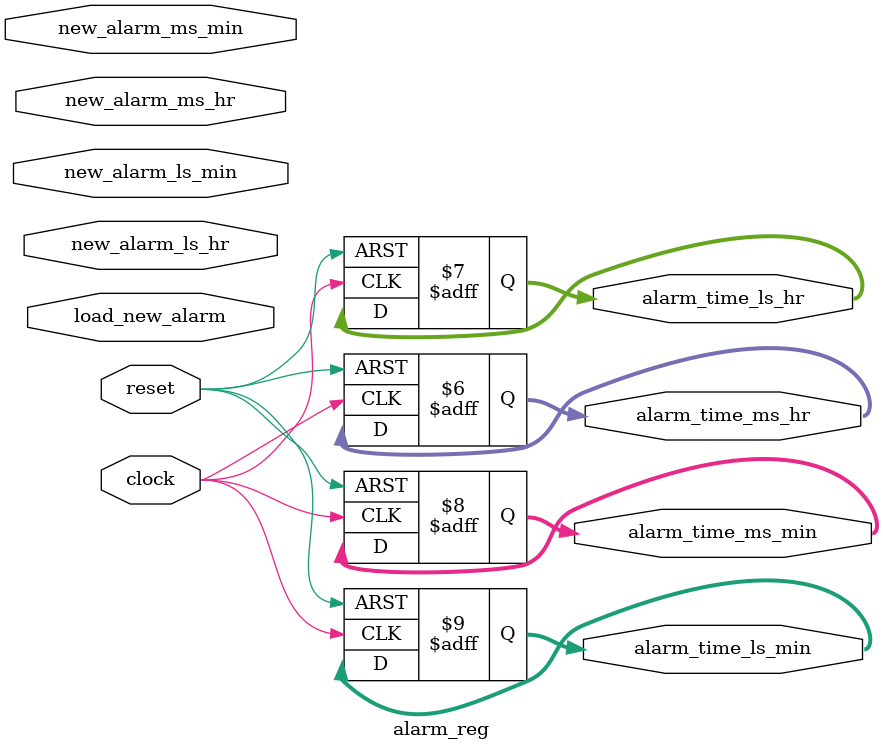
<source format=v>
/********************************************************************************************

Copyright 2018-2019 - Maven Silicon Softech Pvt Ltd. All Rights Reserved.

This source code is an unpublished work belongs to Maven Silicon Softech Pvt Ltd.
It is considered a trade secret and is not to be divulged or used by parties who 
have not received written authorization from Maven Silicon Softech Pvt Ltd.

Maven Silicon Softech Pvt Ltd
Bangalore - 560076

Webpage: www.maven-silicon.com

Filename:	alarm_reg.v   

Description:	This is a functional description of alarm register unit .
                It is a lodable register which stores the alarm time .

Date:		01/05/2018

Author:		Maven Silicon

Email:		online@maven-silicon.com

Version:	1.0

*********************************************************************************************/

module alarm_reg (new_alarm_ms_hr,
              new_alarm_ls_hr,
              new_alarm_ms_min,
              new_alarm_ls_min,
              load_new_alarm,
              clock,
              reset,
              alarm_time_ms_hr,
              alarm_time_ls_hr,
              alarm_time_ms_min,
              alarm_time_ls_min );

// Define input and output port directions
input [3:0] new_alarm_ms_hr,
              new_alarm_ls_hr,
              new_alarm_ms_min,
              new_alarm_ls_min;
input  load_new_alarm,
              clock,
              reset;
output reg [3:0]  alarm_time_ms_hr,
              alarm_time_ls_hr,
              alarm_time_ms_min,
              alarm_time_ls_min;

always @ (posedge clock or posedge reset)
begin
if(reset)
begin
alarm_time_ms_hr<=4'd0;
alarm_time_ls_hr<=4'd0;
alarm_time_ms_min<=4'd0;
alarm_time_ls_min<=4'd0;

end
else if(load_new_alarm)
begin
alarm_time_ms_hr<=alarm_time_ms_hr;
alarm_time_ls_hr<=alarm_time_ls_hr;
alarm_time_ms_min<=alarm_time_ms_min;
alarm_time_ls_min<=alarm_time_ls_min;

end

end

endmodule
  
 

</source>
